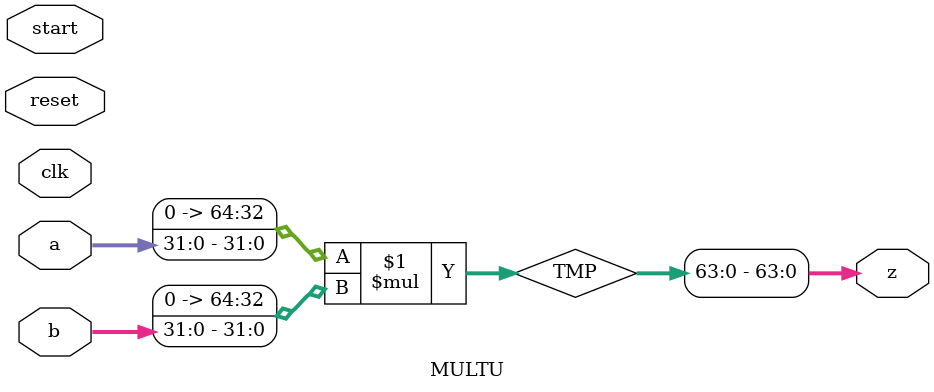
<source format=v>
module MULTU(
	input clk,
	input reset,
	input start,
	input [31:0] a,
	input [31:0] b,
	output [63:0] z
);
wire [64:0] TMP;
assign TMP = {1'b0,a}*{1'b0,b};
assign z = TMP[63:0];
endmodule
</source>
